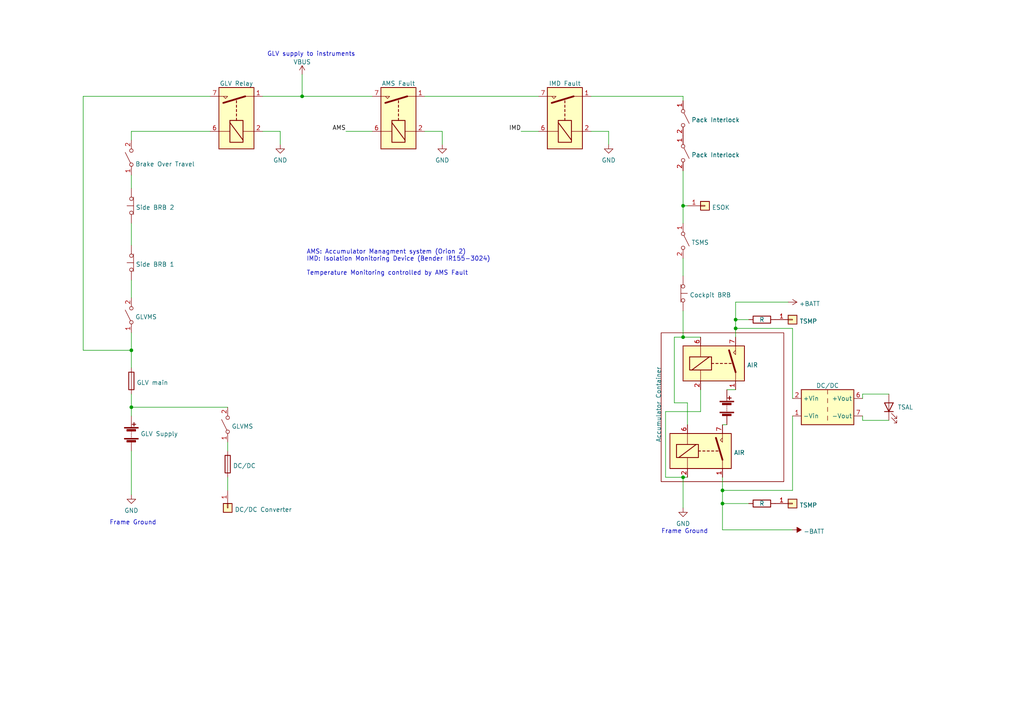
<source format=kicad_sch>
(kicad_sch (version 20211123) (generator eeschema)
  (paper "A4")
  (lib_symbols
    (symbol "Connector_Generic:Conn_01x01" (pin_names (offset 1.016) hide)
      (property "Reference" "J" (at 0 2.54 0))
      (property "Value" "Conn_01x01" (at 0 -2.54 0))
      (symbol "Conn_01x01_1_1"
        (rectangle (start -1.27 0.127) (end 0 -0.127) (stroke (width 0.1524)))
        (rectangle (start -1.27 1.27) (end 1.27 -1.27) (stroke (width 0.254)) (fill (type background)))
        (pin passive line (at -5.08 0 0) (length 3.81) (name "Pin_1") (number "1"))
      )
    )
    (symbol "Converter_DCDC:ITX0512SA"
      (property "Reference" "PS" (at -7.62 6.35 0))
      (property "Value" "ITX0512SA" (at 1.27 6.35 0))
      (symbol "ITX0512SA_0_0"
        (pin power_in line (at -10.16 -2.54 0) (length 2.54) (name "-Vin") (number "1"))
        (pin power_in line (at -10.16 2.54 0) (length 2.54) (name "+Vin") (number "2"))
        (pin power_out line (at 10.16 2.54 180) (length 2.54) (name "+Vout") (number "6"))
        (pin power_out line (at 10.16 -2.54 180) (length 2.54) (name "-Vout") (number "7"))
        (pin no_connect line (at 7.62 0 180) (length 2.54) hide (name "NC") (number "8"))
      )
      (symbol "ITX0512SA_0_1"
        (rectangle (start -7.62 5.08) (end 7.62 -5.08) (stroke (width 0.254)) (fill (type background)))
        (polyline (pts (xy 0 -2.54) (xy 0 -3.81)))
        (polyline (pts (xy 0 0) (xy 0 -1.27)))
        (polyline (pts (xy 0 2.54) (xy 0 1.27)))
        (polyline (pts (xy 0 5.08) (xy 0 3.81)))
      )
    )
    (symbol "Device:Battery" (pin_numbers hide) (pin_names (offset 0) hide)
      (property "Reference" "BT" (at 2.54 2.54 0))
      (property "Value" "Battery" (at 2.54 0 0))
      (symbol "Battery_0_1"
        (rectangle (start -2.032 -1.397) (end 2.032 -1.651) (fill (type outline)))
        (rectangle (start -2.032 1.778) (end 2.032 1.524) (fill (type outline)))
        (rectangle (start -1.3208 -1.9812) (end 1.27 -2.4892) (fill (type outline)))
        (rectangle (start -1.3208 1.1938) (end 1.27 0.6858) (fill (type outline)))
        (polyline (pts (xy 0 -1.524) (xy 0 -1.27)))
        (polyline (pts (xy 0 -1.016) (xy 0 -0.762)))
        (polyline (pts (xy 0 -0.508) (xy 0 -0.254)))
        (polyline (pts (xy 0 0) (xy 0 0.254)))
        (polyline (pts (xy 0 0.508) (xy 0 0.762)))
        (polyline (pts (xy 0 1.778) (xy 0 2.54)))
        (polyline (pts (xy 0.254 2.667) (xy 1.27 2.667)) (stroke (width 0.254)))
        (polyline (pts (xy 0.762 3.175) (xy 0.762 2.159)) (stroke (width 0.254)))
      )
      (symbol "Battery_1_1"
        (pin passive line (at 0 5.08 270) (length 2.54) (name "+") (number "1"))
        (pin passive line (at 0 -5.08 90) (length 2.54) (name "-") (number "2"))
      )
    )
    (symbol "Device:Fuse" (pin_numbers hide) (pin_names (offset 0))
      (property "Reference" "F" (at 2.032 0 90))
      (property "Value" "Fuse" (at -1.905 0 90))
      (symbol "Fuse_0_1"
        (rectangle (start -0.762 -2.54) (end 0.762 2.54) (stroke (width 0.254)))
        (polyline (pts (xy 0 2.54) (xy 0 -2.54)))
      )
      (symbol "Fuse_1_1"
        (pin passive line (at 0 3.81 270) (length 1.27) (name "~") (number "1"))
        (pin passive line (at 0 -3.81 90) (length 1.27) (name "~") (number "2"))
      )
    )
    (symbol "Device:LED" (pin_numbers hide) (pin_names (offset 1.016) hide)
      (property "Reference" "D" (at 0 2.54 0))
      (property "Value" "LED" (at 0 -2.54 0))
      (symbol "LED_0_1"
        (polyline (pts (xy -1.27 -1.27) (xy -1.27 1.27)) (stroke (width 0.254)))
        (polyline (pts (xy -1.27 0) (xy 1.27 0)))
        (polyline (pts (xy 1.27 -1.27) (xy 1.27 1.27) (xy -1.27 0) (xy 1.27 -1.27)) (stroke (width 0.254)))
        (polyline (pts (xy -3.048 -0.762) (xy -4.572 -2.286) (xy -3.81 -2.286) (xy -4.572 -2.286) (xy -4.572 -1.524)))
        (polyline (pts (xy -1.778 -0.762) (xy -3.302 -2.286) (xy -2.54 -2.286) (xy -3.302 -2.286) (xy -3.302 -1.524)))
      )
      (symbol "LED_1_1"
        (pin passive line (at -3.81 0 0) (length 2.54) (name "K") (number "1"))
        (pin passive line (at 3.81 0 180) (length 2.54) (name "A") (number "2"))
      )
    )
    (symbol "Device:R" (pin_numbers hide) (pin_names (offset 0))
      (property "Reference" "R" (at 2.032 0 90))
      (property "Value" "R" (at 0 0 90))
      (symbol "R_0_1"
        (rectangle (start -1.016 -2.54) (end 1.016 2.54) (stroke (width 0.254)))
      )
      (symbol "R_1_1"
        (pin passive line (at 0 3.81 270) (length 1.27) (name "~") (number "1"))
        (pin passive line (at 0 -3.81 90) (length 1.27) (name "~") (number "2"))
      )
    )
    (symbol "Relay:DIPxx-1Axx-11x"
      (property "Reference" "K" (at 8.89 3.81 0))
      (property "Value" "DIPxx-1Axx-11x" (at 8.89 1.27 0))
      (symbol "DIPxx-1Axx-11x_0_0"
        (polyline (pts (xy 5.08 5.08) (xy 5.08 2.54) (xy 4.445 3.175) (xy 5.08 3.81)))
      )
      (symbol "DIPxx-1Axx-11x_0_1"
        (rectangle (start -10.16 5.08) (end 7.62 -5.08) (stroke (width 0.254)) (fill (type background)))
        (rectangle (start -8.255 1.905) (end -1.905 -1.905) (stroke (width 0.254)))
        (polyline (pts (xy -7.62 -1.905) (xy -2.54 1.905)) (stroke (width 0.254)))
        (polyline (pts (xy -5.08 -5.08) (xy -5.08 -1.905)))
        (polyline (pts (xy -5.08 5.08) (xy -5.08 1.905)))
        (polyline (pts (xy -1.905 0) (xy -1.27 0)) (stroke (width 0.254)))
        (polyline (pts (xy -0.635 0) (xy 0 0)) (stroke (width 0.254)))
        (polyline (pts (xy 0.635 0) (xy 1.27 0)) (stroke (width 0.254)))
        (polyline (pts (xy 1.905 0) (xy 2.54 0)) (stroke (width 0.254)))
        (polyline (pts (xy 3.175 0) (xy 3.81 0)) (stroke (width 0.254)))
        (polyline (pts (xy 5.08 -2.54) (xy 3.175 3.81)) (stroke (width 0.508)))
        (polyline (pts (xy 5.08 -2.54) (xy 5.08 -5.08)))
      )
      (symbol "DIPxx-1Axx-11x_1_1"
        (pin passive line (at 5.08 -7.62 90) (length 2.54) (name "~") (number "1"))
        (pin passive line (at 5.08 -7.62 90) (length 2.54) hide (name "~") (number "14"))
        (pin passive line (at -5.08 -7.62 90) (length 2.54) (name "~") (number "2"))
        (pin passive line (at -5.08 7.62 270) (length 2.54) (name "~") (number "6"))
        (pin passive line (at 5.08 7.62 270) (length 2.54) (name "~") (number "7"))
        (pin passive line (at 5.08 7.62 270) (length 2.54) hide (name "~") (number "8"))
      )
    )
    (symbol "Switch:SW_Push_Open" (pin_numbers hide) (pin_names (offset 1.016) hide)
      (property "Reference" "SW" (at 0 2.54 0))
      (property "Value" "SW_Push_Open" (at 0 -1.905 0))
      (symbol "SW_Push_Open_0_1"
        (circle (center -2.032 0) (radius 0.508))
        (polyline (pts (xy -2.54 -0.635) (xy 2.54 -0.635)))
        (polyline (pts (xy 0 -0.635) (xy 0 1.27)))
        (circle (center 2.032 0) (radius 0.508))
        (pin passive line (at -5.08 0 0) (length 2.54) (name "A") (number "1"))
      )
      (symbol "SW_Push_Open_1_1"
        (pin passive line (at 5.08 0 180) (length 2.54) (name "B") (number "2"))
      )
    )
    (symbol "Switch:SW_SPST" (pin_names (offset 0) hide)
      (property "Reference" "SW" (at 0 3.175 0))
      (property "Value" "SW_SPST" (at 0 -2.54 0))
      (symbol "SW_SPST_0_0"
        (circle (center -2.032 0) (radius 0.508))
        (polyline (pts (xy -1.524 0.254) (xy 1.524 1.778)))
        (circle (center 2.032 0) (radius 0.508))
      )
      (symbol "SW_SPST_1_1"
        (pin passive line (at -5.08 0 0) (length 2.54) (name "A") (number "1"))
        (pin passive line (at 5.08 0 180) (length 2.54) (name "B") (number "2"))
      )
    )
    (symbol "power:+BATT" (power) (pin_names (offset 0))
      (property "Value" "+BATT" (at 0 3.556 0))
      (symbol "+BATT_0_1"
        (polyline (pts (xy -0.762 1.27) (xy 0 2.54)))
        (polyline (pts (xy 0 0) (xy 0 2.54)))
        (polyline (pts (xy 0 2.54) (xy 0.762 1.27)))
      )
      (symbol "+BATT_1_1"
        (pin power_in line (at 0 0 90) (length 0) hide (name "+BATT") (number "1"))
      )
    )
    (symbol "power:-BATT" (power) (pin_names (offset 0))
      (property "Value" "-BATT" (at 0 3.556 0))
      (symbol "-BATT_0_1"
        (polyline (pts (xy 0 0) (xy 0 2.54)))
        (polyline (pts (xy 0.762 1.27) (xy -0.762 1.27) (xy 0 2.54) (xy 0.762 1.27)) (fill (type outline)))
      )
      (symbol "-BATT_1_1"
        (pin power_in line (at 0 0 90) (length 0) hide (name "-BATT") (number "1"))
      )
    )
    (symbol "power:GND" (power) (pin_names (offset 0))
      (property "Value" "GND" (at 0 -3.81 0))
      (symbol "GND_0_1"
        (polyline (pts (xy 0 0) (xy 0 -1.27) (xy 1.27 -1.27) (xy 0 -2.54) (xy -1.27 -1.27) (xy 0 -1.27)))
      )
      (symbol "GND_1_1"
        (pin power_in line (at 0 0 270) (length 0) hide (name "GND") (number "1"))
      )
    )
    (symbol "power:VBUS" (power) (pin_names (offset 0))
      (property "Value" "VBUS" (at 0 3.81 0))
      (symbol "VBUS_0_1"
        (polyline (pts (xy -0.762 1.27) (xy 0 2.54)))
        (polyline (pts (xy 0 0) (xy 0 2.54)))
        (polyline (pts (xy 0 2.54) (xy 0.762 1.27)))
      )
      (symbol "VBUS_1_1"
        (pin power_in line (at 0 0 90) (length 0) hide (name "VBUS") (number "1"))
      )
    )
  )
  (junction (at 198.12 59.69))
  (junction (at 38.1 118.11))
  (junction (at 209.55 146.05))
  (junction (at 213.36 92.71))
  (junction (at 209.55 142.24))
  (junction (at 213.36 95.25))
  (junction (at 87.63 27.94))
  (junction (at 198.12 97.79))
  (junction (at 198.12 138.43))
  (junction (at 38.1 101.6))
  (wire (pts (xy 76.2 38.1) (xy 81.28 38.1)))
  (wire (pts (xy 250.19 121.92) (xy 257.81 121.92)))
  (wire (pts (xy 198.12 49.53) (xy 198.12 59.69)))
  (wire (pts (xy 171.45 27.94) (xy 198.12 27.94)))
  (wire (pts (xy 38.1 38.1) (xy 38.1 40.64)))
  (wire (pts (xy 198.12 59.69) (xy 199.39 59.69)))
  (wire (pts (xy 195.58 116.84) (xy 195.58 97.79)))
  (wire (pts (xy 199.39 116.84) (xy 195.58 116.84)))
  (wire (pts (xy 250.19 115.57) (xy 250.19 114.3)))
  (wire (pts (xy 38.1 114.3) (xy 38.1 118.11)))
  (wire (pts (xy 213.36 92.71) (xy 217.17 92.71)))
  (wire (pts (xy 198.12 138.43) (xy 198.12 147.32)))
  (wire (pts (xy 199.39 123.19) (xy 199.39 116.84)))
  (wire (pts (xy 250.19 114.3) (xy 257.81 114.3)))
  (wire (pts (xy 250.19 120.65) (xy 250.19 121.92)))
  (wire (pts (xy 198.12 138.43) (xy 199.39 138.43)))
  (wire (pts (xy 87.63 21.59) (xy 87.63 27.94)))
  (wire (pts (xy 123.19 38.1) (xy 128.27 38.1)))
  (wire (pts (xy 229.87 153.67) (xy 209.55 153.67)))
  (wire (pts (xy 213.36 95.25) (xy 213.36 97.79)))
  (wire (pts (xy 81.28 38.1) (xy 81.28 41.91)))
  (wire (pts (xy 38.1 130.81) (xy 38.1 143.51)))
  (wire (pts (xy 209.55 138.43) (xy 209.55 142.24)))
  (wire (pts (xy 209.55 153.67) (xy 209.55 146.05)))
  (wire (pts (xy 209.55 146.05) (xy 217.17 146.05)))
  (wire (pts (xy 38.1 50.8) (xy 38.1 54.61)))
  (wire (pts (xy 203.2 113.03) (xy 203.2 119.38)))
  (wire (pts (xy 193.04 119.38) (xy 193.04 138.43)))
  (wire (pts (xy 123.19 27.94) (xy 156.21 27.94)))
  (wire (pts (xy 60.96 38.1) (xy 38.1 38.1)))
  (wire (pts (xy 228.6 87.63) (xy 213.36 87.63)))
  (wire (pts (xy 229.87 115.57) (xy 229.87 95.25)))
  (wire (pts (xy 100.33 38.1) (xy 107.95 38.1)))
  (wire (pts (xy 151.13 38.1) (xy 156.21 38.1)))
  (wire (pts (xy 198.12 27.94) (xy 198.12 29.21)))
  (wire (pts (xy 193.04 138.43) (xy 198.12 138.43)))
  (wire (pts (xy 66.04 118.11) (xy 38.1 118.11)))
  (wire (pts (xy 38.1 64.77) (xy 38.1 71.12)))
  (wire (pts (xy 66.04 128.27) (xy 66.04 130.81)))
  (wire (pts (xy 210.82 113.03) (xy 213.36 113.03)))
  (wire (pts (xy 198.12 97.79) (xy 203.2 97.79)))
  (wire (pts (xy 176.53 38.1) (xy 176.53 41.91)))
  (wire (pts (xy 24.13 27.94) (xy 24.13 101.6)))
  (wire (pts (xy 38.1 81.28) (xy 38.1 86.36)))
  (wire (pts (xy 213.36 95.25) (xy 213.36 92.71)))
  (wire (pts (xy 229.87 95.25) (xy 213.36 95.25)))
  (wire (pts (xy 87.63 27.94) (xy 107.95 27.94)))
  (wire (pts (xy 198.12 59.69) (xy 198.12 64.77)))
  (wire (pts (xy 38.1 118.11) (xy 38.1 120.65)))
  (wire (pts (xy 229.87 120.65) (xy 229.87 142.24)))
  (wire (pts (xy 198.12 74.93) (xy 198.12 80.01)))
  (wire (pts (xy 203.2 119.38) (xy 193.04 119.38)))
  (wire (pts (xy 198.12 90.17) (xy 198.12 97.79)))
  (wire (pts (xy 24.13 101.6) (xy 38.1 101.6)))
  (wire (pts (xy 128.27 38.1) (xy 128.27 41.91)))
  (wire (pts (xy 213.36 87.63) (xy 213.36 92.71)))
  (wire (pts (xy 76.2 27.94) (xy 87.63 27.94)))
  (wire (pts (xy 171.45 38.1) (xy 176.53 38.1)))
  (wire (pts (xy 38.1 96.52) (xy 38.1 101.6)))
  (wire (pts (xy 195.58 97.79) (xy 198.12 97.79)))
  (wire (pts (xy 38.1 101.6) (xy 38.1 106.68)))
  (wire (pts (xy 209.55 123.19) (xy 210.82 123.19)))
  (wire (pts (xy 229.87 142.24) (xy 209.55 142.24)))
  (wire (pts (xy 24.13 27.94) (xy 60.96 27.94)))
  (wire (pts (xy 209.55 142.24) (xy 209.55 146.05)))
  (wire (pts (xy 66.04 138.43) (xy 66.04 142.24)))
  (text "Frame Ground\n" (at 31.75 152.4 0) (effects (font (size 1.27 1.27)) (justify left bottom)))
  (text "AMS: Accumulator Managment system (Orion 2)\nIMD: Isolation Monitoring Device (Bender IR155-3024)\n\nTemperature Monitoring controlled by AMS Fault\n" (at 88.9 80.01 0) (effects (font (size 1.27 1.27)) (justify left bottom)))
  (text "GLV supply to instruments\n" (at 77.47 16.51 0) (effects (font (size 1.27 1.27)) (justify left bottom)))
  (text "Frame Ground\n" (at 191.77 154.94 0) (effects (font (size 1.27 1.27)) (justify left bottom)))
  (label "IMD" (at 151.13 38.1 180))
  (label "AMS" (at 100.33 38.1 180))
  (symbol (lib_id "power:-BATT") (at 229.87 153.67 270) (unit 1)
    (property "Reference" "#PWR?" (effects hide))
    (property "Value" "-BATT" (at 233.045 154.149 90) (effects (justify left)))
  )
  (symbol (lib_id "Relay:DIPxx-1Axx-11x") (at 204.47 130.81 0) (unit 1)
    (property "Reference" "K?" (effects hide))
    (property "Value" "AIR" (at 212.852 131.289 0) (effects (justify left)))
    (property "Footprint" "Relay_THT:Relay_StandexMeder_DIP_LowProfile" (effects hide))
    (property "Datasheet" "https://standexelectronics.com/wp-content/uploads/datasheet_reed_relay_DIP.pdf" (effects hide))
  )
  (symbol (lib_id "Device:Battery") (at 38.1 125.73 0) (unit 1)
    (property "Reference" "BT?" (effects hide))
    (property "Value" "GLV Supply" (at 40.767 125.828 0) (effects (justify left)))
  )
  (symbol (lib_id "power:GND") (at 81.28 41.91 0) (unit 1)
    (property "Reference" "#PWR?" (effects hide))
    (property "Value" "GND" (at 81.28 46.4725 0))
  )
  (symbol (lib_id "Relay:DIPxx-1Axx-11x") (at 68.58 33.02 90) (unit 1)
    (property "Reference" "K?" (effects hide))
    (property "Value" "GLV Relay" (at 68.58 24.2085 90))
    (property "Footprint" "Relay_THT:Relay_StandexMeder_DIP_LowProfile" (effects hide))
    (property "Datasheet" "https://standexelectronics.com/wp-content/uploads/datasheet_reed_relay_DIP.pdf" (effects hide))
  )
  (symbol (lib_id "power:VBUS") (at 87.63 21.59 0) (unit 1)
    (property "Reference" "#PWR?" (effects hide))
    (property "Value" "VBUS" (at 87.63 17.9855 0))
  )
  (symbol (lib_id "Relay:DIPxx-1Axx-11x") (at 208.28 105.41 0) (unit 1)
    (property "Reference" "K?" (effects hide))
    (property "Value" "AIR" (at 216.662 105.889 0) (effects (justify left)))
    (property "Footprint" "Relay_THT:Relay_StandexMeder_DIP_LowProfile" (effects hide))
    (property "Datasheet" "https://standexelectronics.com/wp-content/uploads/datasheet_reed_relay_DIP.pdf" (effects hide))
  )
  (symbol (lib_id "Device:Fuse") (at 66.04 134.62 0) (unit 1)
    (property "Reference" "F?" (effects hide))
    (property "Value" "DC/DC " (at 67.564 135.099 0) (effects (justify left)))
  )
  (symbol (lib_id "Relay:DIPxx-1Axx-11x") (at 115.57 33.02 90) (unit 1)
    (property "Reference" "K?" (effects hide))
    (property "Value" "AMS Fault" (at 115.57 24.2085 90))
    (property "Footprint" "Relay_THT:Relay_StandexMeder_DIP_LowProfile" (effects hide))
    (property "Datasheet" "https://standexelectronics.com/wp-content/uploads/datasheet_reed_relay_DIP.pdf" (effects hide))
  )
  (symbol (lib_id "power:GND") (at 176.53 41.91 0) (unit 1)
    (property "Reference" "#PWR?" (effects hide))
    (property "Value" "GND" (at 176.53 46.4725 0))
  )
  (symbol (lib_id "Switch:SW_SPST") (at 198.12 34.29 270) (unit 1)
    (property "Reference" "SW?" (effects hide))
    (property "Value" "Pack Interlock" (at 200.533 34.769 90) (effects (justify left)))
  )
  (symbol (lib_id "Connector_Generic:Conn_01x01") (at 229.87 92.71 0) (unit 1)
    (property "Reference" "J?" (effects hide))
    (property "Value" "TSMP" (at 231.902 93.189 0) (effects (justify left)))
  )
  (symbol (lib_id "Switch:SW_Push_Open") (at 198.12 85.09 270) (unit 1)
    (property "Reference" "SW?" (effects hide))
    (property "Value" "Cockpit BRB" (at 200.025 85.569 90) (effects (justify left)))
  )
  (symbol (lib_id "Device:Fuse") (at 38.1 110.49 0) (unit 1)
    (property "Reference" "F?" (effects hide))
    (property "Value" "GLV main" (at 39.624 110.969 0) (effects (justify left)))
  )
  (symbol (lib_id "Connector_Generic:Conn_01x01") (at 229.87 146.05 0) (unit 1)
    (property "Reference" "J?" (effects hide))
    (property "Value" "TSMP" (at 231.902 146.529 0) (effects (justify left)))
  )
  (symbol (lib_id "Switch:SW_SPST") (at 66.04 123.19 90) (unit 1)
    (property "Reference" "SW?" (effects hide))
    (property "Value" "GLVMS" (at 67.183 123.669 90) (effects (justify right)))
  )
  (symbol (lib_id "Connector_Generic:Conn_01x01") (at 66.04 147.32 270) (unit 1)
    (property "Reference" "J?" (effects hide))
    (property "Value" "DC/DC Converter" (at 68.072 147.799 90) (effects (justify left)))
  )
  (symbol (lib_id "Switch:SW_SPST") (at 198.12 44.45 270) (unit 1)
    (property "Reference" "SW?" (effects hide))
    (property "Value" "Pack Interlock" (at 200.533 44.929 90) (effects (justify left)))
  )
  (symbol (lib_id "Switch:SW_SPST") (at 38.1 45.72 90) (unit 1)
    (property "Reference" "SW?" (effects hide))
    (property "Value" "Brake Over Travel" (at 39.243 47.5866 90) (effects (justify right)))
  )
  (symbol (lib_id "Switch:SW_SPST") (at 38.1 91.44 90) (unit 1)
    (property "Reference" "SW?" (effects hide))
    (property "Value" "GLVMS" (at 39.243 91.919 90) (effects (justify right)))
  )
  (symbol (lib_id "Device:Battery") (at 210.82 118.11 0) (unit 1)
    (property "Reference" "BT?" (effects hide))
    (property "Value" "Battery" (effects hide))
  )
  (symbol (lib_id "Device:LED") (at 257.81 118.11 90) (unit 1)
    (property "Reference" "D?" (effects hide))
    (property "Value" "TSAL" (at 260.35 118.11 90) (effects (justify right)))
  )
  (symbol (lib_id "Connector_Generic:Conn_01x01") (at 204.47 59.69 0) (unit 1)
    (property "Reference" "J?" (effects hide))
    (property "Value" "ESOK" (at 206.502 60.169 0) (effects (justify left)))
  )
  (symbol (lib_id "Switch:SW_SPST") (at 198.12 69.85 270) (unit 1)
    (property "Reference" "SW?" (effects hide))
    (property "Value" "TSMS" (at 200.533 70.329 90) (effects (justify left)))
  )
  (symbol (lib_id "Relay:DIPxx-1Axx-11x") (at 163.83 33.02 90) (unit 1)
    (property "Reference" "K?" (effects hide))
    (property "Value" "IMD Fault" (at 163.83 24.2085 90))
    (property "Footprint" "Relay_THT:Relay_StandexMeder_DIP_LowProfile" (effects hide))
    (property "Datasheet" "https://standexelectronics.com/wp-content/uploads/datasheet_reed_relay_DIP.pdf" (effects hide))
  )
  (symbol (lib_id "power:GND") (at 38.1 143.51 0) (unit 1)
    (property "Reference" "#PWR?" (effects hide))
    (property "Value" "GND" (at 38.1 148.0725 0))
  )
  (symbol (lib_id "power:GND") (at 198.12 147.32 0) (unit 1)
    (property "Reference" "#PWR?" (effects hide))
    (property "Value" "GND" (at 198.12 151.8825 0))
  )
  (symbol (lib_id "Switch:SW_Push_Open") (at 38.1 76.2 90) (unit 1)
    (property "Reference" "SW?" (effects hide))
    (property "Value" "Side BRB 1" (at 39.37 76.679 90) (effects (justify right)))
  )
  (symbol (lib_id "power:+BATT") (at 228.6 87.63 270) (unit 1)
    (property "Reference" "#PWR?" (effects hide))
    (property "Value" "+BATT" (at 231.775 88.109 90) (effects (justify left)))
  )
  (symbol (lib_id "Device:R") (at 220.98 146.05 90) (unit 1)
    (property "Reference" "R?" (effects hide))
    (property "Value" "R" (at 220.98 146.05 90))
  )
  (symbol (lib_id "Converter_DCDC:ITX0512SA") (at 240.03 118.11 0) (unit 1)
    (property "Reference" "PS?" (effects hide))
    (property "Value" "DC/DC" (at 240.03 111.8386 0))
    (property "Footprint" "Converter_DCDC:Converter_DCDC_XP_POWER-ITXxxxxSA_THT" (effects hide))
    (property "Datasheet" "https://www.xppower.com/pdfs/SF_ITX.pdf" (effects hide))
  )
  (symbol (lib_id "Device:R") (at 220.98 92.71 90) (unit 1)
    (property "Reference" "R?" (effects hide))
    (property "Value" "R" (at 220.98 92.71 90))
  )
  (symbol (lib_id "power:GND") (at 128.27 41.91 0) (unit 1)
    (property "Reference" "#PWR?" (effects hide))
    (property "Value" "GND" (at 128.27 46.4725 0))
  )
  (symbol (lib_id "Switch:SW_Push_Open") (at 38.1 59.69 90) (unit 1)
    (property "Reference" "SW?" (effects hide))
    (property "Value" "Side BRB 2" (at 39.37 60.169 90) (effects (justify right)))
  )
  (sheet (at 191.77 96.52) (size 35.56 43.18) (stroke (width 0.1524))
    (property "Sheet name" "Accumulator Container" (at 191.77 128.27 90) (effects (justify left bottom)))
    (property "Sheet file" "Accumulator_Container.kicad_sch" (effects hide))
  )
)
</source>
